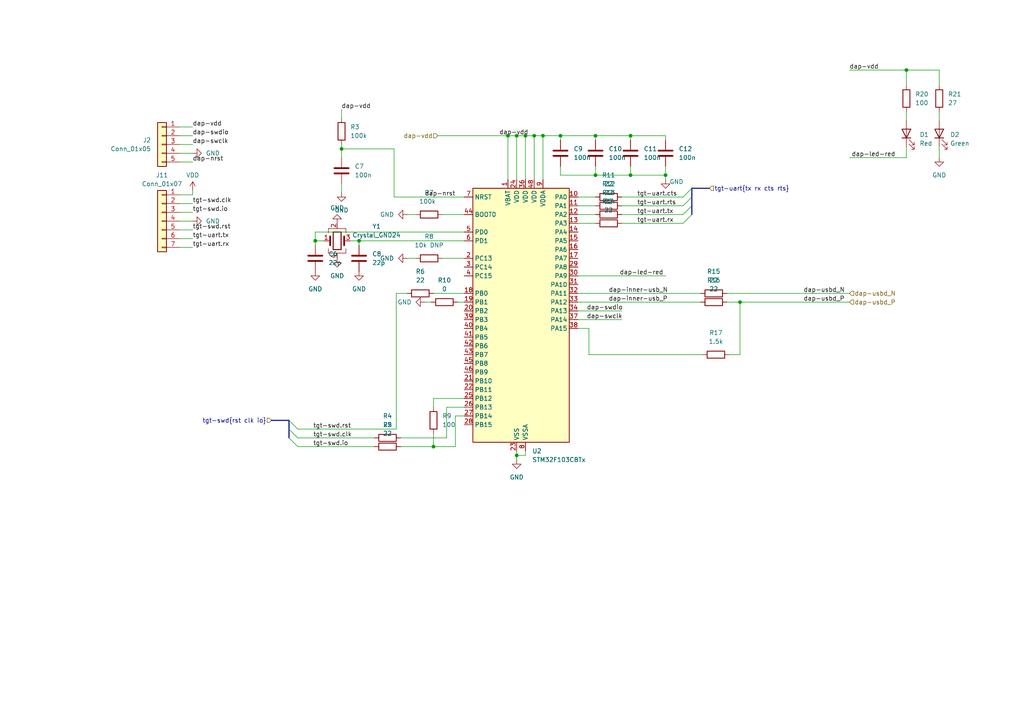
<source format=kicad_sch>
(kicad_sch (version 20230121) (generator eeschema)
  (paper "A4")
  (lib_symbols
    (symbol "Connector_Generic:Conn_01x05" (pin_names (offset 1.016) hide)
      (property "Reference" "J" (at 0 7.62 0))
      (property "Value" "Conn_01x05" (at 0 -7.62 0))
      (symbol "Conn_01x05_1_1"
        (rectangle (start -1.27 -4.953) (end 0 -5.207) (stroke (width 0.1524)))
        (rectangle (start -1.27 -2.413) (end 0 -2.667) (stroke (width 0.1524)))
        (rectangle (start -1.27 0.127) (end 0 -0.127) (stroke (width 0.1524)))
        (rectangle (start -1.27 2.667) (end 0 2.413) (stroke (width 0.1524)))
        (rectangle (start -1.27 5.207) (end 0 4.953) (stroke (width 0.1524)))
        (rectangle (start -1.27 6.35) (end 1.27 -6.35) (stroke (width 0.254)) (fill (type background)))
        (pin passive line (at -5.08 5.08 0) (length 3.81) (name "Pin_1") (number "1"))
        (pin passive line (at -5.08 2.54 0) (length 3.81) (name "Pin_2") (number "2"))
        (pin passive line (at -5.08 0 0) (length 3.81) (name "Pin_3") (number "3"))
        (pin passive line (at -5.08 -2.54 0) (length 3.81) (name "Pin_4") (number "4"))
        (pin passive line (at -5.08 -5.08 0) (length 3.81) (name "Pin_5") (number "5"))
      )
    )
    (symbol "Connector_Generic:Conn_01x07" (pin_names (offset 1.016) hide)
      (property "Reference" "J" (at 0 10.16 0))
      (property "Value" "Conn_01x07" (at 0 -10.16 0))
      (symbol "Conn_01x07_1_1"
        (rectangle (start -1.27 -7.493) (end 0 -7.747) (stroke (width 0.1524)))
        (rectangle (start -1.27 -4.953) (end 0 -5.207) (stroke (width 0.1524)))
        (rectangle (start -1.27 -2.413) (end 0 -2.667) (stroke (width 0.1524)))
        (rectangle (start -1.27 0.127) (end 0 -0.127) (stroke (width 0.1524)))
        (rectangle (start -1.27 2.667) (end 0 2.413) (stroke (width 0.1524)))
        (rectangle (start -1.27 5.207) (end 0 4.953) (stroke (width 0.1524)))
        (rectangle (start -1.27 7.747) (end 0 7.493) (stroke (width 0.1524)))
        (rectangle (start -1.27 8.89) (end 1.27 -8.89) (stroke (width 0.254)) (fill (type background)))
        (pin passive line (at -5.08 7.62 0) (length 3.81) (name "Pin_1") (number "1"))
        (pin passive line (at -5.08 5.08 0) (length 3.81) (name "Pin_2") (number "2"))
        (pin passive line (at -5.08 2.54 0) (length 3.81) (name "Pin_3") (number "3"))
        (pin passive line (at -5.08 0 0) (length 3.81) (name "Pin_4") (number "4"))
        (pin passive line (at -5.08 -2.54 0) (length 3.81) (name "Pin_5") (number "5"))
        (pin passive line (at -5.08 -5.08 0) (length 3.81) (name "Pin_6") (number "6"))
        (pin passive line (at -5.08 -7.62 0) (length 3.81) (name "Pin_7") (number "7"))
      )
    )
    (symbol "Device:C" (pin_numbers hide) (pin_names (offset 0.254))
      (property "Reference" "C" (at 0.635 2.54 0))
      (property "Value" "C" (at 0.635 -2.54 0))
      (symbol "C_0_1"
        (polyline (pts (xy -2.032 -0.762) (xy 2.032 -0.762)) (stroke (width 0.508)))
        (polyline (pts (xy -2.032 0.762) (xy 2.032 0.762)) (stroke (width 0.508)))
      )
      (symbol "C_1_1"
        (pin passive line (at 0 3.81 270) (length 2.794) (name "~") (number "1"))
        (pin passive line (at 0 -3.81 90) (length 2.794) (name "~") (number "2"))
      )
    )
    (symbol "Device:Crystal_GND24" (pin_names (offset 1.016) hide)
      (property "Reference" "Y" (at 3.175 5.08 0))
      (property "Value" "Crystal_GND24" (at 3.175 3.175 0))
      (symbol "Crystal_GND24_0_1"
        (rectangle (start -1.143 2.54) (end 1.143 -2.54) (stroke (width 0.3048)))
        (polyline (pts (xy -2.54 0) (xy -2.032 0)))
        (polyline (pts (xy -2.032 -1.27) (xy -2.032 1.27)) (stroke (width 0.508)))
        (polyline (pts (xy 0 -3.81) (xy 0 -3.556)))
        (polyline (pts (xy 0 3.556) (xy 0 3.81)))
        (polyline (pts (xy 2.032 -1.27) (xy 2.032 1.27)) (stroke (width 0.508)))
        (polyline (pts (xy 2.032 0) (xy 2.54 0)))
        (polyline (pts (xy -2.54 -2.286) (xy -2.54 -3.556) (xy 2.54 -3.556) (xy 2.54 -2.286)))
        (polyline (pts (xy -2.54 2.286) (xy -2.54 3.556) (xy 2.54 3.556) (xy 2.54 2.286)))
      )
      (symbol "Crystal_GND24_1_1"
        (pin passive line (at -3.81 0 0) (length 1.27) (name "1") (number "1"))
        (pin passive line (at 0 5.08 270) (length 1.27) (name "2") (number "2"))
        (pin passive line (at 3.81 0 180) (length 1.27) (name "3") (number "3"))
        (pin passive line (at 0 -5.08 90) (length 1.27) (name "4") (number "4"))
      )
    )
    (symbol "Device:LED" (pin_numbers hide) (pin_names (offset 1.016) hide)
      (property "Reference" "D" (at 0 2.54 0))
      (property "Value" "LED" (at 0 -2.54 0))
      (symbol "LED_0_1"
        (polyline (pts (xy -1.27 -1.27) (xy -1.27 1.27)) (stroke (width 0.254)))
        (polyline (pts (xy -1.27 0) (xy 1.27 0)))
        (polyline (pts (xy 1.27 -1.27) (xy 1.27 1.27) (xy -1.27 0) (xy 1.27 -1.27)) (stroke (width 0.254)))
        (polyline (pts (xy -3.048 -0.762) (xy -4.572 -2.286) (xy -3.81 -2.286) (xy -4.572 -2.286) (xy -4.572 -1.524)))
        (polyline (pts (xy -1.778 -0.762) (xy -3.302 -2.286) (xy -2.54 -2.286) (xy -3.302 -2.286) (xy -3.302 -1.524)))
      )
      (symbol "LED_1_1"
        (pin passive line (at -3.81 0 0) (length 2.54) (name "K") (number "1"))
        (pin passive line (at 3.81 0 180) (length 2.54) (name "A") (number "2"))
      )
    )
    (symbol "Device:R" (pin_numbers hide) (pin_names (offset 0))
      (property "Reference" "R" (at 2.032 0 90))
      (property "Value" "R" (at 0 0 90))
      (symbol "R_0_1"
        (rectangle (start -1.016 -2.54) (end 1.016 2.54) (stroke (width 0.254)))
      )
      (symbol "R_1_1"
        (pin passive line (at 0 3.81 270) (length 1.27) (name "~") (number "1"))
        (pin passive line (at 0 -3.81 90) (length 1.27) (name "~") (number "2"))
      )
    )
    (symbol "MCU_ST_STM32F1:STM32F103CBTx"
      (property "Reference" "U" (at -12.7 39.37 0))
      (property "Value" "STM32F103CBTx" (at 10.16 39.37 0))
      (symbol "STM32F103CBTx_0_1"
        (rectangle (start -12.7 -35.56) (end 15.24 38.1) (stroke (width 0.254)) (fill (type background)))
      )
      (symbol "STM32F103CBTx_1_1"
        (pin power_in line (at -2.54 40.64 270) (length 2.54) (name "VBAT") (number "1"))
        (pin bidirectional line (at 17.78 35.56 180) (length 2.54) (name "PA0") (number "10"))
        (pin bidirectional line (at 17.78 33.02 180) (length 2.54) (name "PA1") (number "11"))
        (pin bidirectional line (at 17.78 30.48 180) (length 2.54) (name "PA2") (number "12"))
        (pin bidirectional line (at 17.78 27.94 180) (length 2.54) (name "PA3") (number "13"))
        (pin bidirectional line (at 17.78 25.4 180) (length 2.54) (name "PA4") (number "14"))
        (pin bidirectional line (at 17.78 22.86 180) (length 2.54) (name "PA5") (number "15"))
        (pin bidirectional line (at 17.78 20.32 180) (length 2.54) (name "PA6") (number "16"))
        (pin bidirectional line (at 17.78 17.78 180) (length 2.54) (name "PA7") (number "17"))
        (pin bidirectional line (at -15.24 7.62 0) (length 2.54) (name "PB0") (number "18"))
        (pin bidirectional line (at -15.24 5.08 0) (length 2.54) (name "PB1") (number "19"))
        (pin bidirectional line (at -15.24 17.78 0) (length 2.54) (name "PC13") (number "2"))
        (pin bidirectional line (at -15.24 2.54 0) (length 2.54) (name "PB2") (number "20"))
        (pin bidirectional line (at -15.24 -17.78 0) (length 2.54) (name "PB10") (number "21"))
        (pin bidirectional line (at -15.24 -20.32 0) (length 2.54) (name "PB11") (number "22"))
        (pin power_in line (at 0 -38.1 90) (length 2.54) (name "VSS") (number "23"))
        (pin power_in line (at 0 40.64 270) (length 2.54) (name "VDD") (number "24"))
        (pin bidirectional line (at -15.24 -22.86 0) (length 2.54) (name "PB12") (number "25"))
        (pin bidirectional line (at -15.24 -25.4 0) (length 2.54) (name "PB13") (number "26"))
        (pin bidirectional line (at -15.24 -27.94 0) (length 2.54) (name "PB14") (number "27"))
        (pin bidirectional line (at -15.24 -30.48 0) (length 2.54) (name "PB15") (number "28"))
        (pin bidirectional line (at 17.78 15.24 180) (length 2.54) (name "PA8") (number "29"))
        (pin bidirectional line (at -15.24 15.24 0) (length 2.54) (name "PC14") (number "3"))
        (pin bidirectional line (at 17.78 12.7 180) (length 2.54) (name "PA9") (number "30"))
        (pin bidirectional line (at 17.78 10.16 180) (length 2.54) (name "PA10") (number "31"))
        (pin bidirectional line (at 17.78 7.62 180) (length 2.54) (name "PA11") (number "32"))
        (pin bidirectional line (at 17.78 5.08 180) (length 2.54) (name "PA12") (number "33"))
        (pin bidirectional line (at 17.78 2.54 180) (length 2.54) (name "PA13") (number "34"))
        (pin passive line (at 0 -38.1 90) (length 2.54) hide (name "VSS") (number "35"))
        (pin power_in line (at 2.54 40.64 270) (length 2.54) (name "VDD") (number "36"))
        (pin bidirectional line (at 17.78 0 180) (length 2.54) (name "PA14") (number "37"))
        (pin bidirectional line (at 17.78 -2.54 180) (length 2.54) (name "PA15") (number "38"))
        (pin bidirectional line (at -15.24 0 0) (length 2.54) (name "PB3") (number "39"))
        (pin bidirectional line (at -15.24 12.7 0) (length 2.54) (name "PC15") (number "4"))
        (pin bidirectional line (at -15.24 -2.54 0) (length 2.54) (name "PB4") (number "40"))
        (pin bidirectional line (at -15.24 -5.08 0) (length 2.54) (name "PB5") (number "41"))
        (pin bidirectional line (at -15.24 -7.62 0) (length 2.54) (name "PB6") (number "42"))
        (pin bidirectional line (at -15.24 -10.16 0) (length 2.54) (name "PB7") (number "43"))
        (pin input line (at -15.24 30.48 0) (length 2.54) (name "BOOT0") (number "44"))
        (pin bidirectional line (at -15.24 -12.7 0) (length 2.54) (name "PB8") (number "45"))
        (pin bidirectional line (at -15.24 -15.24 0) (length 2.54) (name "PB9") (number "46"))
        (pin passive line (at 0 -38.1 90) (length 2.54) hide (name "VSS") (number "47"))
        (pin power_in line (at 5.08 40.64 270) (length 2.54) (name "VDD") (number "48"))
        (pin bidirectional line (at -15.24 25.4 0) (length 2.54) (name "PD0") (number "5"))
        (pin bidirectional line (at -15.24 22.86 0) (length 2.54) (name "PD1") (number "6"))
        (pin input line (at -15.24 35.56 0) (length 2.54) (name "NRST") (number "7"))
        (pin power_in line (at 2.54 -38.1 90) (length 2.54) (name "VSSA") (number "8"))
        (pin power_in line (at 7.62 40.64 270) (length 2.54) (name "VDDA") (number "9"))
      )
    )
    (symbol "power:GND" (power) (pin_names (offset 0))
      (property "Value" "GND" (at 0 -3.81 0))
      (symbol "GND_0_1"
        (polyline (pts (xy 0 0) (xy 0 -1.27) (xy 1.27 -1.27) (xy 0 -2.54) (xy -1.27 -1.27) (xy 0 -1.27)))
      )
      (symbol "GND_1_1"
        (pin power_in line (at 0 0 270) (length 0) hide (name "GND") (number "1"))
      )
    )
    (symbol "power:VDD" (power) (pin_names (offset 0))
      (property "Value" "VDD" (at 0 3.81 0))
      (symbol "VDD_0_1"
        (polyline (pts (xy -0.762 1.27) (xy 0 2.54)))
        (polyline (pts (xy 0 0) (xy 0 2.54)))
        (polyline (pts (xy 0 2.54) (xy 0.762 1.27)))
      )
      (symbol "VDD_1_1"
        (pin power_in line (at 0 0 90) (length 0) hide (name "VDD") (number "1"))
      )
    )
  )
  (junction (at 262.89 20.32))
  (junction (at 125.73 129.54))
  (junction (at 154.94 39.37))
  (junction (at 172.72 39.37))
  (junction (at 172.72 50.8))
  (junction (at 193.04 50.8))
  (junction (at 182.88 50.8))
  (junction (at 152.4 39.37))
  (junction (at 182.88 39.37))
  (junction (at 157.48 39.37))
  (junction (at 91.44 69.85))
  (junction (at 162.56 39.37))
  (junction (at 149.86 39.37))
  (junction (at 214.63 87.63))
  (junction (at 104.14 69.85))
  (junction (at 149.86 132.08))
  (junction (at 99.06 43.18))
  (junction (at 147.32 39.37))
  (bus_entry (at 200.66 62.23) (size -2.54 2.54))
  (bus_entry (at 86.36 129.54) (size -2.54 -2.54))
  (bus_entry (at 198.12 57.15) (size 2.54 -2.54))
  (bus_entry (at 86.36 124.46) (size -2.54 -2.54))
  (bus_entry (at 198.12 59.69) (size 2.54 -2.54))
  (bus_entry (at 200.66 59.69) (size -2.54 2.54))
  (bus_entry (at 86.36 127) (size -2.54 -2.54))
  (wire (pts (xy 99.06 41.91) (xy 99.06 43.18)))
  (wire (pts (xy 132.715 87.63) (xy 134.62 87.63)))
  (bus (pts (xy 200.66 59.69) (xy 200.66 62.23)))
  (bus (pts (xy 83.82 127) (xy 83.82 124.46)))
  (wire (pts (xy 210.82 87.63) (xy 214.63 87.63)))
  (wire (pts (xy 114.3 57.15) (xy 114.3 43.18)))
  (wire (pts (xy 182.88 40.64) (xy 182.88 39.37)))
  (wire (pts (xy 104.14 69.85) (xy 134.62 69.85)))
  (wire (pts (xy 114.935 85.09) (xy 118.11 85.09)))
  (wire (pts (xy 214.63 102.87) (xy 214.63 87.63)))
  (wire (pts (xy 99.06 43.18) (xy 99.06 45.72)))
  (wire (pts (xy 52.07 59.055) (xy 55.88 59.055)))
  (wire (pts (xy 129.54 118.11) (xy 134.62 118.11)))
  (wire (pts (xy 52.07 36.83) (xy 55.88 36.83)))
  (wire (pts (xy 157.48 52.07) (xy 157.48 39.37)))
  (wire (pts (xy 118.11 62.23) (xy 120.65 62.23)))
  (bus (pts (xy 83.82 124.46) (xy 83.82 121.92)))
  (wire (pts (xy 262.89 20.32) (xy 272.415 20.32)))
  (wire (pts (xy 132.08 120.65) (xy 134.62 120.65)))
  (wire (pts (xy 127 39.37) (xy 147.32 39.37)))
  (wire (pts (xy 123.19 87.63) (xy 125.095 87.63)))
  (wire (pts (xy 167.64 92.71) (xy 180.34 92.71)))
  (wire (pts (xy 262.89 24.765) (xy 262.89 20.32)))
  (wire (pts (xy 214.63 87.63) (xy 246.38 87.63)))
  (wire (pts (xy 152.4 132.08) (xy 149.86 132.08)))
  (wire (pts (xy 272.415 42.545) (xy 272.415 45.72)))
  (wire (pts (xy 147.32 39.37) (xy 149.86 39.37)))
  (wire (pts (xy 180.34 62.23) (xy 198.12 62.23)))
  (wire (pts (xy 125.73 118.11) (xy 125.73 115.57)))
  (wire (pts (xy 52.07 69.215) (xy 55.88 69.215)))
  (wire (pts (xy 132.08 120.65) (xy 132.08 129.54)))
  (wire (pts (xy 170.815 102.87) (xy 203.835 102.87)))
  (wire (pts (xy 246.38 20.32) (xy 262.89 20.32)))
  (wire (pts (xy 262.89 42.545) (xy 262.89 45.72)))
  (wire (pts (xy 104.14 69.85) (xy 104.14 71.12)))
  (wire (pts (xy 149.86 39.37) (xy 152.4 39.37)))
  (wire (pts (xy 182.88 50.8) (xy 193.04 50.8)))
  (wire (pts (xy 157.48 39.37) (xy 154.94 39.37)))
  (wire (pts (xy 167.64 87.63) (xy 203.2 87.63)))
  (wire (pts (xy 167.64 80.01) (xy 193.04 80.01)))
  (wire (pts (xy 91.44 71.12) (xy 91.44 69.85)))
  (wire (pts (xy 125.73 115.57) (xy 134.62 115.57)))
  (wire (pts (xy 246.38 45.72) (xy 262.89 45.72)))
  (wire (pts (xy 52.07 61.595) (xy 55.88 61.595)))
  (bus (pts (xy 200.66 57.15) (xy 200.66 54.61)))
  (wire (pts (xy 172.72 40.64) (xy 172.72 39.37)))
  (wire (pts (xy 193.04 50.8) (xy 193.04 52.07)))
  (wire (pts (xy 272.415 24.765) (xy 272.415 20.32)))
  (wire (pts (xy 129.54 118.11) (xy 129.54 127)))
  (wire (pts (xy 193.04 40.64) (xy 193.04 39.37)))
  (wire (pts (xy 262.89 32.385) (xy 262.89 34.925)))
  (wire (pts (xy 272.415 32.385) (xy 272.415 34.925)))
  (wire (pts (xy 152.4 39.37) (xy 152.4 52.07)))
  (wire (pts (xy 114.3 57.15) (xy 134.62 57.15)))
  (wire (pts (xy 86.36 124.46) (xy 114.935 124.46)))
  (wire (pts (xy 147.32 52.07) (xy 147.32 39.37)))
  (wire (pts (xy 167.64 57.15) (xy 172.72 57.15)))
  (wire (pts (xy 99.06 31.75) (xy 99.06 34.29)))
  (bus (pts (xy 78.74 121.92) (xy 83.82 121.92)))
  (wire (pts (xy 91.44 67.31) (xy 91.44 69.85)))
  (wire (pts (xy 149.86 52.07) (xy 149.86 39.37)))
  (wire (pts (xy 114.3 43.18) (xy 99.06 43.18)))
  (bus (pts (xy 200.66 57.15) (xy 200.66 59.69)))
  (wire (pts (xy 210.82 85.09) (xy 246.38 85.09)))
  (wire (pts (xy 86.36 127) (xy 108.585 127)))
  (wire (pts (xy 211.455 102.87) (xy 214.63 102.87)))
  (wire (pts (xy 128.27 62.23) (xy 134.62 62.23)))
  (wire (pts (xy 118.11 74.93) (xy 120.65 74.93)))
  (wire (pts (xy 172.72 48.26) (xy 172.72 50.8)))
  (wire (pts (xy 180.34 64.77) (xy 198.12 64.77)))
  (wire (pts (xy 52.07 66.675) (xy 55.88 66.675)))
  (wire (pts (xy 91.44 69.85) (xy 93.98 69.85)))
  (wire (pts (xy 52.07 64.135) (xy 55.88 64.135)))
  (wire (pts (xy 182.88 48.26) (xy 182.88 50.8)))
  (wire (pts (xy 128.27 74.93) (xy 134.62 74.93)))
  (wire (pts (xy 152.4 130.81) (xy 152.4 132.08)))
  (wire (pts (xy 99.06 53.34) (xy 99.06 55.88)))
  (wire (pts (xy 167.64 90.17) (xy 180.34 90.17)))
  (wire (pts (xy 52.07 44.45) (xy 55.88 44.45)))
  (wire (pts (xy 116.205 127) (xy 129.54 127)))
  (wire (pts (xy 52.07 46.99) (xy 55.88 46.99)))
  (wire (pts (xy 134.62 67.31) (xy 91.44 67.31)))
  (wire (pts (xy 167.64 85.09) (xy 203.2 85.09)))
  (wire (pts (xy 154.94 39.37) (xy 152.4 39.37)))
  (wire (pts (xy 154.94 52.07) (xy 154.94 39.37)))
  (wire (pts (xy 52.07 71.755) (xy 55.88 71.755)))
  (wire (pts (xy 167.64 62.23) (xy 172.72 62.23)))
  (wire (pts (xy 149.86 130.81) (xy 149.86 132.08)))
  (wire (pts (xy 125.73 125.73) (xy 125.73 129.54)))
  (wire (pts (xy 55.88 55.245) (xy 55.88 56.515)))
  (wire (pts (xy 162.56 39.37) (xy 157.48 39.37)))
  (wire (pts (xy 180.34 59.69) (xy 198.12 59.69)))
  (wire (pts (xy 167.64 95.25) (xy 170.815 95.25)))
  (wire (pts (xy 172.72 50.8) (xy 182.88 50.8)))
  (wire (pts (xy 193.04 48.26) (xy 193.04 50.8)))
  (wire (pts (xy 125.73 85.09) (xy 134.62 85.09)))
  (wire (pts (xy 172.72 39.37) (xy 162.56 39.37)))
  (wire (pts (xy 193.04 39.37) (xy 182.88 39.37)))
  (wire (pts (xy 167.64 59.69) (xy 172.72 59.69)))
  (bus (pts (xy 200.66 54.61) (xy 205.74 54.61)))
  (wire (pts (xy 86.36 129.54) (xy 108.585 129.54)))
  (wire (pts (xy 101.6 69.85) (xy 104.14 69.85)))
  (wire (pts (xy 162.56 50.8) (xy 172.72 50.8)))
  (wire (pts (xy 114.935 124.46) (xy 114.935 85.09)))
  (wire (pts (xy 162.56 40.64) (xy 162.56 39.37)))
  (wire (pts (xy 149.86 132.08) (xy 149.86 133.35)))
  (wire (pts (xy 52.07 41.91) (xy 55.88 41.91)))
  (wire (pts (xy 52.07 56.515) (xy 55.88 56.515)))
  (wire (pts (xy 167.64 64.77) (xy 172.72 64.77)))
  (wire (pts (xy 180.34 57.15) (xy 198.12 57.15)))
  (wire (pts (xy 182.88 39.37) (xy 172.72 39.37)))
  (wire (pts (xy 125.73 129.54) (xy 132.08 129.54)))
  (wire (pts (xy 52.07 39.37) (xy 55.88 39.37)))
  (wire (pts (xy 162.56 48.26) (xy 162.56 50.8)))
  (wire (pts (xy 170.815 95.25) (xy 170.815 102.87)))
  (wire (pts (xy 116.205 129.54) (xy 125.73 129.54)))
  (label "dap-vdd" (at 99.06 31.75 0))
  (label "dap-usbd_N" (at 233.045 85.09 0))
  (label "dap-inner-usb_P" (at 176.53 87.63 0))
  (label "tgt-swd.io" (at 55.88 61.595 0))
  (label "dap-swclk" (at 55.88 41.91 0))
  (label "tgt-uart.rts" (at 184.785 59.69 0))
  (label "dap-usbd_P" (at 233.045 87.63 0))
  (label "tgt-swd.clk" (at 55.88 59.055 0))
  (label "dap-vdd" (at 144.78 39.37 0))
  (label "tgt-swd.rst" (at 55.88 66.675 0))
  (label "dap-vdd" (at 55.88 36.83 0))
  (label "dap-inner-usb_N" (at 176.53 85.09 0))
  (label "dap-swdio" (at 170.18 90.17 0))
  (label "dap-led-red" (at 259.715 45.72 180))
  (label "dap-vdd" (at 246.38 20.32 0))
  (label "dap-swdio" (at 55.88 39.37 0))
  (label "tgt-uart.rx" (at 184.785 64.77 0))
  (label "dap-nrst" (at 123.19 57.15 0))
  (label "tgt-uart.cts" (at 184.785 57.15 0))
  (label "tgt-swd.io" (at 90.805 129.54 0))
  (label "tgt-swd.rst" (at 90.805 124.46 0))
  (label "dap-led-red" (at 179.705 80.01 0))
  (label "dap-swclk" (at 170.18 92.71 0))
  (label "tgt-swd.clk" (at 90.805 127 0))
  (label "dap-nrst" (at 55.88 46.99 0))
  (label "tgt-uart.rx" (at 55.88 71.755 0))
  (label "tgt-uart.tx" (at 184.785 62.23 0))
  (label "tgt-uart.tx" (at 55.88 69.215 0))
  (hierarchical_label "tgt-uart{tx rx cts rts}" (shape input) (at 205.74 54.61 0))
  (hierarchical_label "dap-vdd" (shape input) (at 127 39.37 180))
  (hierarchical_label "dap-usbd_N" (shape input) (at 246.38 85.09 0))
  (hierarchical_label "dap-usbd_P" (shape input) (at 246.38 87.63 0))
  (hierarchical_label "tgt-swd{rst clk io}" (shape input) (at 78.74 121.92 180))
  (symbol (lib_id "Device:R") (at 272.415 28.575 0) (unit 1)
    (property "Reference" "R21" (at 274.955 27.305 0) (effects (justify left)))
    (property "Value" "27" (at 274.955 29.845 0) (effects (justify left)))
    (property "Footprint" "Resistor_SMD:R_0603_1608Metric" (effects hide))
  )
  (symbol (lib_id "power:GND") (at 118.11 62.23 270) (unit 1)
    (property "Reference" "#PWR018" (effects hide))
    (property "Value" "GND" (at 114.3 62.23 90) (effects (justify right)))
  )
  (symbol (lib_id "Device:C") (at 172.72 44.45 0) (unit 1)
    (property "Reference" "C10" (at 176.53 43.18 0) (effects (justify left)))
    (property "Value" "100n" (at 176.53 45.72 0) (effects (justify left)))
    (property "Footprint" "Capacitor_SMD:C_0603_1608Metric" (effects hide))
  )
  (symbol (lib_id "Device:R") (at 207.645 102.87 90) (unit 1)
    (property "Reference" "R17" (at 207.645 96.52 90))
    (property "Value" "1.5k" (at 207.645 99.06 90))
    (property "Footprint" "Resistor_SMD:R_0603_1608Metric" (effects hide))
  )
  (symbol (lib_id "Connector_Generic:Conn_01x07") (at 46.99 64.135 0) (mirror y) (unit 1)
    (property "Reference" "J11" (at 46.99 50.8 0))
    (property "Value" "Conn_01x07" (at 46.99 53.34 0))
    (property "Footprint" "Connector_PinHeader_2.54mm:PinHeader_1x07_P2.54mm_Vertical" (effects hide))
  )
  (symbol (lib_id "MCU_ST_STM32F1:STM32F103CBTx") (at 149.86 92.71 0) (unit 1)
    (property "Reference" "U2" (at 154.3559 130.81 0) (effects (justify left)))
    (property "Value" "STM32F103CBTx" (at 154.3559 133.35 0) (effects (justify left)))
    (property "Footprint" "Package_QFP:LQFP-48_7x7mm_P0.5mm" (effects hide))
    (property "Datasheet" "https://www.st.com/resource/en/datasheet/stm32f103cb.pdf" (effects hide))
    (instances (project "nullbot" (path "" (reference "U2") (unit 1)) (path "" (reference "U3") (unit 1))))
  )
  (symbol (lib_id "power:GND") (at 104.14 78.74 0) (unit 1)
    (property "Reference" "#PWR017" (effects hide))
    (property "Value" "GND" (at 104.14 83.82 0))
  )
  (symbol (lib_id "Connector_Generic:Conn_01x05") (at 46.99 41.91 0) (mirror y) (unit 1)
    (property "Reference" "J2" (at 43.815 40.64 0) (effects (justify left)))
    (property "Value" "Conn_01x05" (at 43.815 43.18 0) (effects (justify left)))
    (property "Footprint" "Connector_PinHeader_2.54mm:PinHeader_1x05_P2.54mm_Vertical" (effects hide))
  )
  (symbol (lib_id "Device:C") (at 104.14 74.93 0) (unit 1)
    (property "Reference" "C8" (at 107.95 73.66 0) (effects (justify left)))
    (property "Value" "22p" (at 107.95 76.2 0) (effects (justify left)))
    (property "Footprint" "Capacitor_SMD:C_0603_1608Metric" (effects hide))
  )
  (symbol (lib_id "Device:C") (at 91.44 74.93 0) (unit 1)
    (property "Reference" "C6" (at 95.25 73.66 0) (effects (justify left)))
    (property "Value" "22p" (at 95.25 76.2 0) (effects (justify left)))
    (property "Footprint" "Capacitor_SMD:C_0603_1608Metric" (effects hide))
  )
  (symbol (lib_id "Device:R") (at 124.46 62.23 270) (unit 1)
    (property "Reference" "R7" (at 124.46 55.88 90))
    (property "Value" "100k " (at 124.46 58.42 90))
    (property "Footprint" "Resistor_SMD:R_0603_1608Metric" (effects hide))
  )
  (symbol (lib_id "power:GND") (at 149.86 133.35 0) (unit 1)
    (property "Reference" "#PWR021" (effects hide))
    (property "Value" "GND" (at 149.86 138.43 0))
  )
  (symbol (lib_id "power:GND") (at 118.11 74.93 270) (unit 1)
    (property "Reference" "#PWR019" (effects hide))
    (property "Value" "GND" (at 114.3 74.93 90) (effects (justify right)))
  )
  (symbol (lib_id "Device:LED") (at 272.415 38.735 90) (unit 1)
    (property "Reference" "D2" (at 275.59 39.0525 90) (effects (justify right)))
    (property "Value" "Green" (at 275.59 41.5925 90) (effects (justify right)))
    (property "Footprint" "LED_SMD:LED_0603_1608Metric" (effects hide))
  )
  (symbol (lib_id "Device:Crystal_GND24") (at 97.79 69.85 0) (unit 1)
    (property "Reference" "Y1" (at 109.22 65.6591 0))
    (property "Value" "Crystal_GND24" (at 109.22 68.1991 0))
    (property "Footprint" "Crystal:Crystal_SMD_3225-4Pin_3.2x2.5mm" (effects hide))
  )
  (symbol (lib_id "Device:R") (at 207.01 87.63 270) (unit 1)
    (property "Reference" "R16" (at 207.01 81.28 90))
    (property "Value" "22" (at 207.01 83.82 90))
    (property "Footprint" "Resistor_SMD:R_0603_1608Metric" (effects hide))
  )
  (symbol (lib_id "power:GND") (at 91.44 78.74 0) (unit 1)
    (property "Reference" "#PWR013" (effects hide))
    (property "Value" "GND" (at 91.44 83.82 0))
  )
  (symbol (lib_id "power:GND") (at 272.415 45.72 0) (unit 1)
    (property "Reference" "#PWR026" (effects hide))
    (property "Value" "GND" (at 272.415 50.8 0))
  )
  (symbol (lib_id "Device:C") (at 193.04 44.45 0) (unit 1)
    (property "Reference" "C12" (at 196.85 43.18 0) (effects (justify left)))
    (property "Value" "100n" (at 196.85 45.72 0) (effects (justify left)))
    (property "Footprint" "Capacitor_SMD:C_0603_1608Metric" (effects hide))
  )
  (symbol (lib_id "Device:R") (at 176.53 64.77 90) (unit 1)
    (property "Reference" "R14" (at 176.53 58.42 90))
    (property "Value" "22" (at 176.53 60.96 90))
    (property "Footprint" "Resistor_SMD:R_0603_1608Metric" (effects hide))
  )
  (symbol (lib_id "Device:R") (at 128.905 87.63 90) (unit 1)
    (property "Reference" "R10" (at 128.905 81.28 90))
    (property "Value" "0" (at 128.905 83.82 90))
    (property "Footprint" "Resistor_SMD:R_0603_1608Metric" (effects hide))
  )
  (symbol (lib_id "power:GND") (at 55.88 64.135 90) (unit 1)
    (property "Reference" "#PWR025" (effects hide))
    (property "Value" "GND" (at 59.69 64.135 90) (effects (justify right)))
    (instances (project "nullbot" (path "" (reference "#PWR025") (unit 1)) (path "" (reference "#PWR087") (unit 1))))
  )
  (symbol (lib_id "Device:R") (at 99.06 38.1 180) (unit 1)
    (property "Reference" "R3" (at 101.6 36.83 0) (effects (justify right)))
    (property "Value" "100k" (at 101.6 39.37 0) (effects (justify right)))
    (property "Footprint" "Resistor_SMD:R_0603_1608Metric" (effects hide))
  )
  (symbol (lib_id "power:GND") (at 97.79 64.77 180) (unit 1)
    (property "Reference" "#PWR014" (effects hide))
    (property "Value" "GND" (at 97.79 60.325 0))
  )
  (symbol (lib_id "power:GND") (at 55.88 44.45 90) (unit 1)
    (property "Reference" "#PWR025" (effects hide))
    (property "Value" "GND" (at 59.69 44.45 90) (effects (justify right)))
    (instances (project "nullbot" (path "" (reference "#PWR025") (unit 1)) (path "" (reference "#PWR012") (unit 1))))
  )
  (symbol (lib_id "power:GND") (at 123.19 87.63 270) (unit 1)
    (property "Reference" "#PWR020" (effects hide))
    (property "Value" "GND" (at 119.38 87.63 90) (effects (justify right)))
  )
  (symbol (lib_id "power:GND") (at 97.79 74.93 0) (unit 1)
    (property "Reference" "#PWR015" (effects hide))
    (property "Value" "GND" (at 97.79 80.01 0))
  )
  (symbol (lib_id "Device:R") (at 125.73 121.92 180) (unit 1)
    (property "Reference" "R9" (at 128.27 120.65 0) (effects (justify right)))
    (property "Value" "100" (at 128.27 123.19 0) (effects (justify right)))
    (property "Footprint" "Resistor_SMD:R_0603_1608Metric" (effects hide))
  )
  (symbol (lib_id "Device:R") (at 121.92 85.09 90) (unit 1)
    (property "Reference" "R6" (at 121.92 78.74 90))
    (property "Value" "22" (at 121.92 81.28 90))
    (property "Footprint" "Resistor_SMD:R_0603_1608Metric" (effects hide))
  )
  (symbol (lib_id "Device:R") (at 176.53 62.23 90) (unit 1)
    (property "Reference" "R13" (at 176.53 55.88 90))
    (property "Value" "22" (at 176.53 58.42 90))
    (property "Footprint" "Resistor_SMD:R_0603_1608Metric" (effects hide))
  )
  (symbol (lib_id "power:VDD") (at 55.88 55.245 0) (unit 1)
    (property "Reference" "#PWR086" (effects hide))
    (property "Value" "VDD" (at 55.88 50.8 0))
  )
  (symbol (lib_id "Device:R") (at 262.89 28.575 0) (unit 1)
    (property "Reference" "R20" (at 265.43 27.305 0) (effects (justify left)))
    (property "Value" "100" (at 265.43 29.845 0) (effects (justify left)))
    (property "Footprint" "Resistor_SMD:R_0603_1608Metric" (effects hide))
  )
  (symbol (lib_id "Device:LED") (at 262.89 38.735 90) (unit 1)
    (property "Reference" "D1" (at 266.7 39.0525 90) (effects (justify right)))
    (property "Value" "Red" (at 266.7 41.5925 90) (effects (justify right)))
    (property "Footprint" "LED_SMD:LED_0603_1608Metric" (effects hide))
  )
  (symbol (lib_id "power:GND") (at 99.06 55.88 0) (unit 1)
    (property "Reference" "#PWR016" (effects hide))
    (property "Value" "GND" (at 99.06 60.96 0))
  )
  (symbol (lib_id "Device:C") (at 162.56 44.45 0) (unit 1)
    (property "Reference" "C9" (at 166.37 43.18 0) (effects (justify left)))
    (property "Value" "100n" (at 166.37 45.72 0) (effects (justify left)))
    (property "Footprint" "Capacitor_SMD:C_0603_1608Metric" (effects hide))
  )
  (symbol (lib_id "Device:R") (at 207.01 85.09 270) (unit 1)
    (property "Reference" "R15" (at 207.01 78.74 90))
    (property "Value" "22" (at 207.01 81.28 90))
    (property "Footprint" "Resistor_SMD:R_0603_1608Metric" (effects hide))
  )
  (symbol (lib_id "Device:R") (at 112.395 129.54 90) (unit 1)
    (property "Reference" "R5" (at 112.395 123.19 90))
    (property "Value" "22" (at 112.395 125.73 90))
    (property "Footprint" "Resistor_SMD:R_0603_1608Metric" (effects hide))
  )
  (symbol (lib_id "Device:R") (at 112.395 127 90) (unit 1)
    (property "Reference" "R4" (at 112.395 120.65 90))
    (property "Value" "22" (at 112.395 123.19 90))
    (property "Footprint" "Resistor_SMD:R_0603_1608Metric" (effects hide))
  )
  (symbol (lib_id "Device:R") (at 176.53 57.15 90) (unit 1)
    (property "Reference" "R11" (at 176.53 50.8 90))
    (property "Value" "22" (at 176.53 53.34 90))
    (property "Footprint" "Resistor_SMD:R_0603_1608Metric" (effects hide))
  )
  (symbol (lib_id "Device:R") (at 176.53 59.69 90) (unit 1)
    (property "Reference" "R12" (at 176.53 53.34 90))
    (property "Value" "22" (at 176.53 55.88 90))
    (property "Footprint" "Resistor_SMD:R_0603_1608Metric" (effects hide))
  )
  (symbol (lib_id "Device:C") (at 182.88 44.45 0) (unit 1)
    (property "Reference" "C11" (at 186.69 43.18 0) (effects (justify left)))
    (property "Value" "100n" (at 186.69 45.72 0) (effects (justify left)))
    (property "Footprint" "Capacitor_SMD:C_0603_1608Metric" (effects hide))
  )
  (symbol (lib_id "Device:C") (at 99.06 49.53 0) (unit 1)
    (property "Reference" "C7" (at 102.87 48.26 0) (effects (justify left)))
    (property "Value" "100n" (at 102.87 50.8 0) (effects (justify left)))
    (property "Footprint" "Capacitor_SMD:C_0603_1608Metric" (effects hide))
  )
  (symbol (lib_id "power:GND") (at 193.04 52.07 0) (unit 1)
    (property "Reference" "#PWR022" (effects hide))
    (property "Value" "GND" (at 196.215 52.705 0))
  )
  (symbol (lib_id "Device:R") (at 124.46 74.93 90) (unit 1)
    (property "Reference" "R8" (at 124.46 68.58 90))
    (property "Value" "10k DNP" (at 124.46 71.12 90))
    (property "Footprint" "Resistor_SMD:R_0603_1608Metric" (effects hide))
  )
)
</source>
